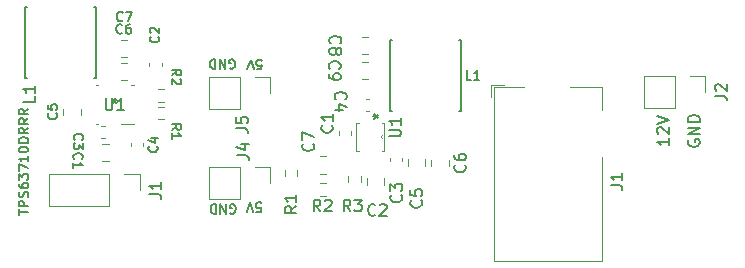
<source format=gto>
G04 #@! TF.GenerationSoftware,KiCad,Pcbnew,(5.1.6-0-10_14)*
G04 #@! TF.CreationDate,2021-08-31T13:45:45+09:00*
G04 #@! TF.ProjectId,qPCR-panel_v_20210831,71504352-2d70-4616-9e65-6c5f765f3230,rev?*
G04 #@! TF.SameCoordinates,Original*
G04 #@! TF.FileFunction,Legend,Top*
G04 #@! TF.FilePolarity,Positive*
%FSLAX46Y46*%
G04 Gerber Fmt 4.6, Leading zero omitted, Abs format (unit mm)*
G04 Created by KiCad (PCBNEW (5.1.6-0-10_14)) date 2021-08-31 13:45:45*
%MOMM*%
%LPD*%
G01*
G04 APERTURE LIST*
%ADD10C,0.150000*%
%ADD11C,0.120000*%
%ADD12C,0.050000*%
%ADD13C,0.127000*%
G04 APERTURE END LIST*
D10*
X163252380Y-79419047D02*
X163252380Y-79990476D01*
X163252380Y-79704761D02*
X162252380Y-79704761D01*
X162395238Y-79800000D01*
X162490476Y-79895238D01*
X162538095Y-79990476D01*
X162347619Y-79038095D02*
X162300000Y-78990476D01*
X162252380Y-78895238D01*
X162252380Y-78657142D01*
X162300000Y-78561904D01*
X162347619Y-78514285D01*
X162442857Y-78466666D01*
X162538095Y-78466666D01*
X162680952Y-78514285D01*
X163252380Y-79085714D01*
X163252380Y-78466666D01*
X162252380Y-78180952D02*
X163252380Y-77847619D01*
X162252380Y-77514285D01*
X164900000Y-79561904D02*
X164852380Y-79657142D01*
X164852380Y-79800000D01*
X164900000Y-79942857D01*
X164995238Y-80038095D01*
X165090476Y-80085714D01*
X165280952Y-80133333D01*
X165423809Y-80133333D01*
X165614285Y-80085714D01*
X165709523Y-80038095D01*
X165804761Y-79942857D01*
X165852380Y-79800000D01*
X165852380Y-79704761D01*
X165804761Y-79561904D01*
X165757142Y-79514285D01*
X165423809Y-79514285D01*
X165423809Y-79704761D01*
X165852380Y-79085714D02*
X164852380Y-79085714D01*
X165852380Y-78514285D01*
X164852380Y-78514285D01*
X165852380Y-78038095D02*
X164852380Y-78038095D01*
X164852380Y-77800000D01*
X164900000Y-77657142D01*
X164995238Y-77561904D01*
X165090476Y-77514285D01*
X165280952Y-77466666D01*
X165423809Y-77466666D01*
X165614285Y-77514285D01*
X165709523Y-77561904D01*
X165804761Y-77657142D01*
X165852380Y-77800000D01*
X165852380Y-78038095D01*
X128352380Y-73588095D02*
X128733333Y-73588095D01*
X128771428Y-73207142D01*
X128733333Y-73245238D01*
X128657142Y-73283333D01*
X128466666Y-73283333D01*
X128390476Y-73245238D01*
X128352380Y-73207142D01*
X128314285Y-73130952D01*
X128314285Y-72940476D01*
X128352380Y-72864285D01*
X128390476Y-72826190D01*
X128466666Y-72788095D01*
X128657142Y-72788095D01*
X128733333Y-72826190D01*
X128771428Y-72864285D01*
X128085714Y-73588095D02*
X127819047Y-72788095D01*
X127552380Y-73588095D01*
X126059523Y-73500000D02*
X126135714Y-73538095D01*
X126250000Y-73538095D01*
X126364285Y-73500000D01*
X126440476Y-73423809D01*
X126478571Y-73347619D01*
X126516666Y-73195238D01*
X126516666Y-73080952D01*
X126478571Y-72928571D01*
X126440476Y-72852380D01*
X126364285Y-72776190D01*
X126250000Y-72738095D01*
X126173809Y-72738095D01*
X126059523Y-72776190D01*
X126021428Y-72814285D01*
X126021428Y-73080952D01*
X126173809Y-73080952D01*
X125678571Y-72738095D02*
X125678571Y-73538095D01*
X125221428Y-72738095D01*
X125221428Y-73538095D01*
X124840476Y-72738095D02*
X124840476Y-73538095D01*
X124650000Y-73538095D01*
X124535714Y-73500000D01*
X124459523Y-73423809D01*
X124421428Y-73347619D01*
X124383333Y-73195238D01*
X124383333Y-73080952D01*
X124421428Y-72928571D01*
X124459523Y-72852380D01*
X124535714Y-72776190D01*
X124650000Y-72738095D01*
X124840476Y-72738095D01*
X128302380Y-85638095D02*
X128683333Y-85638095D01*
X128721428Y-85257142D01*
X128683333Y-85295238D01*
X128607142Y-85333333D01*
X128416666Y-85333333D01*
X128340476Y-85295238D01*
X128302380Y-85257142D01*
X128264285Y-85180952D01*
X128264285Y-84990476D01*
X128302380Y-84914285D01*
X128340476Y-84876190D01*
X128416666Y-84838095D01*
X128607142Y-84838095D01*
X128683333Y-84876190D01*
X128721428Y-84914285D01*
X128035714Y-85638095D02*
X127769047Y-84838095D01*
X127502380Y-85638095D01*
X126109523Y-85750000D02*
X126185714Y-85788095D01*
X126300000Y-85788095D01*
X126414285Y-85750000D01*
X126490476Y-85673809D01*
X126528571Y-85597619D01*
X126566666Y-85445238D01*
X126566666Y-85330952D01*
X126528571Y-85178571D01*
X126490476Y-85102380D01*
X126414285Y-85026190D01*
X126300000Y-84988095D01*
X126223809Y-84988095D01*
X126109523Y-85026190D01*
X126071428Y-85064285D01*
X126071428Y-85330952D01*
X126223809Y-85330952D01*
X125728571Y-84988095D02*
X125728571Y-85788095D01*
X125271428Y-84988095D01*
X125271428Y-85788095D01*
X124890476Y-84988095D02*
X124890476Y-85788095D01*
X124700000Y-85788095D01*
X124585714Y-85750000D01*
X124509523Y-85673809D01*
X124471428Y-85597619D01*
X124433333Y-85445238D01*
X124433333Y-85330952D01*
X124471428Y-85178571D01*
X124509523Y-85102380D01*
X124585714Y-85026190D01*
X124700000Y-84988095D01*
X124890476Y-84988095D01*
D11*
G04 #@! TO.C,U1*
X136788900Y-78128900D02*
X136788900Y-80491100D01*
X136788900Y-80491100D02*
X136961559Y-80491100D01*
X139151100Y-80491100D02*
X139151100Y-78128900D01*
X139151100Y-78128900D02*
X138978441Y-78128900D01*
X136961559Y-78128900D02*
X136788900Y-78128900D01*
X138978441Y-80491100D02*
X139151100Y-80491100D01*
D12*
X139024100Y-79485683D02*
G75*
G02*
X139024100Y-79134317I0J175683D01*
G01*
D11*
G04 #@! TO.C,C8*
X137218748Y-70815000D02*
X137741252Y-70815000D01*
X137218748Y-72285000D02*
X137741252Y-72285000D01*
G04 #@! TO.C,J1*
X148400000Y-75100000D02*
X151000000Y-75100000D01*
X148400000Y-89800000D02*
X148400000Y-75100000D01*
X157600000Y-75100000D02*
X157600000Y-77000000D01*
X154900000Y-75100000D02*
X157600000Y-75100000D01*
X157600000Y-89800000D02*
X148400000Y-89800000D01*
X157600000Y-81000000D02*
X157600000Y-89800000D01*
X148200000Y-75950000D02*
X148200000Y-74900000D01*
X149250000Y-74900000D02*
X148200000Y-74900000D01*
G04 #@! TO.C,J2*
X161130000Y-74170000D02*
X161130000Y-76830000D01*
X163730000Y-74170000D02*
X161130000Y-74170000D01*
X163730000Y-76830000D02*
X161130000Y-76830000D01*
X163730000Y-74170000D02*
X163730000Y-76830000D01*
X165000000Y-74170000D02*
X166330000Y-74170000D01*
X166330000Y-74170000D02*
X166330000Y-75500000D01*
G04 #@! TO.C,J4*
X124300000Y-81890000D02*
X124300000Y-84550000D01*
X126900000Y-81890000D02*
X124300000Y-81890000D01*
X126900000Y-84550000D02*
X124300000Y-84550000D01*
X126900000Y-81890000D02*
X126900000Y-84550000D01*
X128170000Y-81890000D02*
X129500000Y-81890000D01*
X129500000Y-81890000D02*
X129500000Y-83220000D01*
G04 #@! TO.C,J5*
X124300000Y-74270000D02*
X124300000Y-76930000D01*
X126900000Y-74270000D02*
X124300000Y-74270000D01*
X126900000Y-76930000D02*
X124300000Y-76930000D01*
X126900000Y-74270000D02*
X126900000Y-76930000D01*
X128170000Y-74270000D02*
X129500000Y-74270000D01*
X129500000Y-74270000D02*
X129500000Y-75600000D01*
G04 #@! TO.C,C1*
X135320000Y-78823733D02*
X135320000Y-79116267D01*
X136340000Y-78823733D02*
X136340000Y-79116267D01*
G04 #@! TO.C,C2*
X139135000Y-83331252D02*
X139135000Y-82808748D01*
X137665000Y-83331252D02*
X137665000Y-82808748D01*
G04 #@! TO.C,C3*
X139620000Y-81366267D02*
X139620000Y-81073733D01*
X140640000Y-81366267D02*
X140640000Y-81073733D01*
G04 #@! TO.C,C4*
X137593733Y-76070000D02*
X137886267Y-76070000D01*
X137593733Y-77090000D02*
X137886267Y-77090000D01*
G04 #@! TO.C,C5*
X141115000Y-81731252D02*
X141115000Y-81208748D01*
X142585000Y-81731252D02*
X142585000Y-81208748D01*
G04 #@! TO.C,C6*
X144585000Y-81751252D02*
X144585000Y-81228748D01*
X143115000Y-81751252D02*
X143115000Y-81228748D01*
G04 #@! TO.C,C7*
X134211252Y-82405000D02*
X133688748Y-82405000D01*
X134211252Y-80935000D02*
X133688748Y-80935000D01*
G04 #@! TO.C,C9*
X137238748Y-74435000D02*
X137761252Y-74435000D01*
X137238748Y-72965000D02*
X137761252Y-72965000D01*
D13*
G04 #@! TO.C,L1*
X139840000Y-71080000D02*
X139640000Y-71080000D01*
X139640000Y-71080000D02*
X139640000Y-77080000D01*
X139640000Y-77080000D02*
X139840000Y-77080000D01*
X145440000Y-71080000D02*
X145640000Y-71080000D01*
X145640000Y-71080000D02*
X145640000Y-77080000D01*
X145640000Y-77080000D02*
X145440000Y-77080000D01*
D11*
G04 #@! TO.C,R1*
X130737500Y-82085276D02*
X130737500Y-82594724D01*
X131782500Y-82085276D02*
X131782500Y-82594724D01*
G04 #@! TO.C,R2*
X133735276Y-84282500D02*
X134244724Y-84282500D01*
X133735276Y-83237500D02*
X134244724Y-83237500D01*
G04 #@! TO.C,R3*
X137142500Y-82595276D02*
X137142500Y-83104724D01*
X136097500Y-82595276D02*
X136097500Y-83104724D01*
G04 #@! TO.C,C1*
X115283748Y-79885000D02*
X115806252Y-79885000D01*
X115283748Y-81355000D02*
X115806252Y-81355000D01*
G04 #@! TO.C,C2*
X120285000Y-73296267D02*
X120285000Y-73003733D01*
X119265000Y-73296267D02*
X119265000Y-73003733D01*
G04 #@! TO.C,C3*
X115188733Y-78360000D02*
X115481267Y-78360000D01*
X115188733Y-79380000D02*
X115481267Y-79380000D01*
G04 #@! TO.C,C4*
X118705000Y-79803733D02*
X118705000Y-80096267D01*
X117685000Y-79803733D02*
X117685000Y-80096267D01*
G04 #@! TO.C,C5*
X111960000Y-77431252D02*
X111960000Y-76908748D01*
X113430000Y-77431252D02*
X113430000Y-76908748D01*
G04 #@! TO.C,C6*
X116848749Y-74510001D02*
X117371253Y-74510001D01*
X116848749Y-73040001D02*
X117371253Y-73040001D01*
G04 #@! TO.C,C7*
X116833748Y-72545000D02*
X117356252Y-72545000D01*
X116833748Y-71075000D02*
X117356252Y-71075000D01*
G04 #@! TO.C,J1*
X118465000Y-82480000D02*
X118465000Y-83810000D01*
X117135000Y-82480000D02*
X118465000Y-82480000D01*
X115865000Y-82480000D02*
X115865000Y-85140000D01*
X115865000Y-85140000D02*
X110725000Y-85140000D01*
X115865000Y-82480000D02*
X110725000Y-82480000D01*
X110725000Y-82480000D02*
X110725000Y-85140000D01*
D13*
G04 #@! TO.C,L1*
X114525000Y-74330000D02*
X114725000Y-74330000D01*
X114725000Y-74330000D02*
X114725000Y-68330000D01*
X114725000Y-68330000D02*
X114525000Y-68330000D01*
X108925000Y-74330000D02*
X108725000Y-74330000D01*
X108725000Y-74330000D02*
X108725000Y-68330000D01*
X108725000Y-68330000D02*
X108925000Y-68330000D01*
D11*
G04 #@! TO.C,R1*
X120010276Y-76747500D02*
X120519724Y-76747500D01*
X120010276Y-77792500D02*
X120519724Y-77792500D01*
G04 #@! TO.C,R2*
X120010276Y-76312500D02*
X120519724Y-76312500D01*
X120010276Y-75267500D02*
X120519724Y-75267500D01*
G04 #@! TO.C,U1*
X117914999Y-78239999D02*
X116864999Y-78239999D01*
X117914999Y-74940001D02*
X117715000Y-74940001D01*
X114915000Y-74940001D02*
X114715001Y-74940001D01*
X114915000Y-78239999D02*
X114715001Y-78239999D01*
D10*
X139552380Y-79261904D02*
X140361904Y-79261904D01*
X140457142Y-79214285D01*
X140504761Y-79166666D01*
X140552380Y-79071428D01*
X140552380Y-78880952D01*
X140504761Y-78785714D01*
X140457142Y-78738095D01*
X140361904Y-78690476D01*
X139552380Y-78690476D01*
X140552380Y-77690476D02*
X140552380Y-78261904D01*
X140552380Y-77976190D02*
X139552380Y-77976190D01*
X139695238Y-78071428D01*
X139790476Y-78166666D01*
X139838095Y-78261904D01*
X138172380Y-77560000D02*
X138410476Y-77560000D01*
X138315238Y-77798095D02*
X138410476Y-77560000D01*
X138315238Y-77321904D01*
X138600952Y-77702857D02*
X138410476Y-77560000D01*
X138600952Y-77417142D01*
G04 #@! TO.C,C8*
X134592857Y-71383333D02*
X134545238Y-71335714D01*
X134497619Y-71192857D01*
X134497619Y-71097619D01*
X134545238Y-70954761D01*
X134640476Y-70859523D01*
X134735714Y-70811904D01*
X134926190Y-70764285D01*
X135069047Y-70764285D01*
X135259523Y-70811904D01*
X135354761Y-70859523D01*
X135450000Y-70954761D01*
X135497619Y-71097619D01*
X135497619Y-71192857D01*
X135450000Y-71335714D01*
X135402380Y-71383333D01*
X135069047Y-71954761D02*
X135116666Y-71859523D01*
X135164285Y-71811904D01*
X135259523Y-71764285D01*
X135307142Y-71764285D01*
X135402380Y-71811904D01*
X135450000Y-71859523D01*
X135497619Y-71954761D01*
X135497619Y-72145238D01*
X135450000Y-72240476D01*
X135402380Y-72288095D01*
X135307142Y-72335714D01*
X135259523Y-72335714D01*
X135164285Y-72288095D01*
X135116666Y-72240476D01*
X135069047Y-72145238D01*
X135069047Y-71954761D01*
X135021428Y-71859523D01*
X134973809Y-71811904D01*
X134878571Y-71764285D01*
X134688095Y-71764285D01*
X134592857Y-71811904D01*
X134545238Y-71859523D01*
X134497619Y-71954761D01*
X134497619Y-72145238D01*
X134545238Y-72240476D01*
X134592857Y-72288095D01*
X134688095Y-72335714D01*
X134878571Y-72335714D01*
X134973809Y-72288095D01*
X135021428Y-72240476D01*
X135069047Y-72145238D01*
G04 #@! TO.C,J1*
X158302380Y-83383333D02*
X159016666Y-83383333D01*
X159159523Y-83430952D01*
X159254761Y-83526190D01*
X159302380Y-83669047D01*
X159302380Y-83764285D01*
X159302380Y-82383333D02*
X159302380Y-82954761D01*
X159302380Y-82669047D02*
X158302380Y-82669047D01*
X158445238Y-82764285D01*
X158540476Y-82859523D01*
X158588095Y-82954761D01*
G04 #@! TO.C,J2*
X167152380Y-75833333D02*
X167866666Y-75833333D01*
X168009523Y-75880952D01*
X168104761Y-75976190D01*
X168152380Y-76119047D01*
X168152380Y-76214285D01*
X167247619Y-75404761D02*
X167200000Y-75357142D01*
X167152380Y-75261904D01*
X167152380Y-75023809D01*
X167200000Y-74928571D01*
X167247619Y-74880952D01*
X167342857Y-74833333D01*
X167438095Y-74833333D01*
X167580952Y-74880952D01*
X168152380Y-75452380D01*
X168152380Y-74833333D01*
G04 #@! TO.C,J4*
X126652380Y-80833333D02*
X127366666Y-80833333D01*
X127509523Y-80880952D01*
X127604761Y-80976190D01*
X127652380Y-81119047D01*
X127652380Y-81214285D01*
X126985714Y-79928571D02*
X127652380Y-79928571D01*
X126604761Y-80166666D02*
X127319047Y-80404761D01*
X127319047Y-79785714D01*
G04 #@! TO.C,J5*
X126602380Y-78583333D02*
X127316666Y-78583333D01*
X127459523Y-78630952D01*
X127554761Y-78726190D01*
X127602380Y-78869047D01*
X127602380Y-78964285D01*
X126602380Y-77630952D02*
X126602380Y-78107142D01*
X127078571Y-78154761D01*
X127030952Y-78107142D01*
X126983333Y-78011904D01*
X126983333Y-77773809D01*
X127030952Y-77678571D01*
X127078571Y-77630952D01*
X127173809Y-77583333D01*
X127411904Y-77583333D01*
X127507142Y-77630952D01*
X127554761Y-77678571D01*
X127602380Y-77773809D01*
X127602380Y-78011904D01*
X127554761Y-78107142D01*
X127507142Y-78154761D01*
G04 #@! TO.C,C1*
X134707142Y-78316666D02*
X134754761Y-78364285D01*
X134802380Y-78507142D01*
X134802380Y-78602380D01*
X134754761Y-78745238D01*
X134659523Y-78840476D01*
X134564285Y-78888095D01*
X134373809Y-78935714D01*
X134230952Y-78935714D01*
X134040476Y-78888095D01*
X133945238Y-78840476D01*
X133850000Y-78745238D01*
X133802380Y-78602380D01*
X133802380Y-78507142D01*
X133850000Y-78364285D01*
X133897619Y-78316666D01*
X134802380Y-77364285D02*
X134802380Y-77935714D01*
X134802380Y-77650000D02*
X133802380Y-77650000D01*
X133945238Y-77745238D01*
X134040476Y-77840476D01*
X134088095Y-77935714D01*
G04 #@! TO.C,C2*
X138383333Y-85907142D02*
X138335714Y-85954761D01*
X138192857Y-86002380D01*
X138097619Y-86002380D01*
X137954761Y-85954761D01*
X137859523Y-85859523D01*
X137811904Y-85764285D01*
X137764285Y-85573809D01*
X137764285Y-85430952D01*
X137811904Y-85240476D01*
X137859523Y-85145238D01*
X137954761Y-85050000D01*
X138097619Y-85002380D01*
X138192857Y-85002380D01*
X138335714Y-85050000D01*
X138383333Y-85097619D01*
X138764285Y-85097619D02*
X138811904Y-85050000D01*
X138907142Y-85002380D01*
X139145238Y-85002380D01*
X139240476Y-85050000D01*
X139288095Y-85097619D01*
X139335714Y-85192857D01*
X139335714Y-85288095D01*
X139288095Y-85430952D01*
X138716666Y-86002380D01*
X139335714Y-86002380D01*
G04 #@! TO.C,C3*
X140557142Y-84216666D02*
X140604761Y-84264285D01*
X140652380Y-84407142D01*
X140652380Y-84502380D01*
X140604761Y-84645238D01*
X140509523Y-84740476D01*
X140414285Y-84788095D01*
X140223809Y-84835714D01*
X140080952Y-84835714D01*
X139890476Y-84788095D01*
X139795238Y-84740476D01*
X139700000Y-84645238D01*
X139652380Y-84502380D01*
X139652380Y-84407142D01*
X139700000Y-84264285D01*
X139747619Y-84216666D01*
X139652380Y-83883333D02*
X139652380Y-83264285D01*
X140033333Y-83597619D01*
X140033333Y-83454761D01*
X140080952Y-83359523D01*
X140128571Y-83311904D01*
X140223809Y-83264285D01*
X140461904Y-83264285D01*
X140557142Y-83311904D01*
X140604761Y-83359523D01*
X140652380Y-83454761D01*
X140652380Y-83740476D01*
X140604761Y-83835714D01*
X140557142Y-83883333D01*
G04 #@! TO.C,C4*
X135042857Y-76133333D02*
X134995238Y-76085714D01*
X134947619Y-75942857D01*
X134947619Y-75847619D01*
X134995238Y-75704761D01*
X135090476Y-75609523D01*
X135185714Y-75561904D01*
X135376190Y-75514285D01*
X135519047Y-75514285D01*
X135709523Y-75561904D01*
X135804761Y-75609523D01*
X135900000Y-75704761D01*
X135947619Y-75847619D01*
X135947619Y-75942857D01*
X135900000Y-76085714D01*
X135852380Y-76133333D01*
X135614285Y-76990476D02*
X134947619Y-76990476D01*
X135995238Y-76752380D02*
X135280952Y-76514285D01*
X135280952Y-77133333D01*
G04 #@! TO.C,C5*
X142257142Y-84666666D02*
X142304761Y-84714285D01*
X142352380Y-84857142D01*
X142352380Y-84952380D01*
X142304761Y-85095238D01*
X142209523Y-85190476D01*
X142114285Y-85238095D01*
X141923809Y-85285714D01*
X141780952Y-85285714D01*
X141590476Y-85238095D01*
X141495238Y-85190476D01*
X141400000Y-85095238D01*
X141352380Y-84952380D01*
X141352380Y-84857142D01*
X141400000Y-84714285D01*
X141447619Y-84666666D01*
X141352380Y-83761904D02*
X141352380Y-84238095D01*
X141828571Y-84285714D01*
X141780952Y-84238095D01*
X141733333Y-84142857D01*
X141733333Y-83904761D01*
X141780952Y-83809523D01*
X141828571Y-83761904D01*
X141923809Y-83714285D01*
X142161904Y-83714285D01*
X142257142Y-83761904D01*
X142304761Y-83809523D01*
X142352380Y-83904761D01*
X142352380Y-84142857D01*
X142304761Y-84238095D01*
X142257142Y-84285714D01*
G04 #@! TO.C,C6*
X145957142Y-81666666D02*
X146004761Y-81714285D01*
X146052380Y-81857142D01*
X146052380Y-81952380D01*
X146004761Y-82095238D01*
X145909523Y-82190476D01*
X145814285Y-82238095D01*
X145623809Y-82285714D01*
X145480952Y-82285714D01*
X145290476Y-82238095D01*
X145195238Y-82190476D01*
X145100000Y-82095238D01*
X145052380Y-81952380D01*
X145052380Y-81857142D01*
X145100000Y-81714285D01*
X145147619Y-81666666D01*
X145052380Y-80809523D02*
X145052380Y-81000000D01*
X145100000Y-81095238D01*
X145147619Y-81142857D01*
X145290476Y-81238095D01*
X145480952Y-81285714D01*
X145861904Y-81285714D01*
X145957142Y-81238095D01*
X146004761Y-81190476D01*
X146052380Y-81095238D01*
X146052380Y-80904761D01*
X146004761Y-80809523D01*
X145957142Y-80761904D01*
X145861904Y-80714285D01*
X145623809Y-80714285D01*
X145528571Y-80761904D01*
X145480952Y-80809523D01*
X145433333Y-80904761D01*
X145433333Y-81095238D01*
X145480952Y-81190476D01*
X145528571Y-81238095D01*
X145623809Y-81285714D01*
G04 #@! TO.C,C7*
X133107142Y-79866666D02*
X133154761Y-79914285D01*
X133202380Y-80057142D01*
X133202380Y-80152380D01*
X133154761Y-80295238D01*
X133059523Y-80390476D01*
X132964285Y-80438095D01*
X132773809Y-80485714D01*
X132630952Y-80485714D01*
X132440476Y-80438095D01*
X132345238Y-80390476D01*
X132250000Y-80295238D01*
X132202380Y-80152380D01*
X132202380Y-80057142D01*
X132250000Y-79914285D01*
X132297619Y-79866666D01*
X132202380Y-79533333D02*
X132202380Y-78866666D01*
X133202380Y-79295238D01*
G04 #@! TO.C,C9*
X134542857Y-73533333D02*
X134495238Y-73485714D01*
X134447619Y-73342857D01*
X134447619Y-73247619D01*
X134495238Y-73104761D01*
X134590476Y-73009523D01*
X134685714Y-72961904D01*
X134876190Y-72914285D01*
X135019047Y-72914285D01*
X135209523Y-72961904D01*
X135304761Y-73009523D01*
X135400000Y-73104761D01*
X135447619Y-73247619D01*
X135447619Y-73342857D01*
X135400000Y-73485714D01*
X135352380Y-73533333D01*
X134447619Y-74009523D02*
X134447619Y-74200000D01*
X134495238Y-74295238D01*
X134542857Y-74342857D01*
X134685714Y-74438095D01*
X134876190Y-74485714D01*
X135257142Y-74485714D01*
X135352380Y-74438095D01*
X135400000Y-74390476D01*
X135447619Y-74295238D01*
X135447619Y-74104761D01*
X135400000Y-74009523D01*
X135352380Y-73961904D01*
X135257142Y-73914285D01*
X135019047Y-73914285D01*
X134923809Y-73961904D01*
X134876190Y-74009523D01*
X134828571Y-74104761D01*
X134828571Y-74295238D01*
X134876190Y-74390476D01*
X134923809Y-74438095D01*
X135019047Y-74485714D01*
G04 #@! TO.C,L1*
X146516666Y-74461904D02*
X146135714Y-74461904D01*
X146135714Y-73661904D01*
X147202380Y-74461904D02*
X146745238Y-74461904D01*
X146973809Y-74461904D02*
X146973809Y-73661904D01*
X146897619Y-73776190D01*
X146821428Y-73852380D01*
X146745238Y-73890476D01*
G04 #@! TO.C,R1*
X131702380Y-85166666D02*
X131226190Y-85500000D01*
X131702380Y-85738095D02*
X130702380Y-85738095D01*
X130702380Y-85357142D01*
X130750000Y-85261904D01*
X130797619Y-85214285D01*
X130892857Y-85166666D01*
X131035714Y-85166666D01*
X131130952Y-85214285D01*
X131178571Y-85261904D01*
X131226190Y-85357142D01*
X131226190Y-85738095D01*
X131702380Y-84214285D02*
X131702380Y-84785714D01*
X131702380Y-84500000D02*
X130702380Y-84500000D01*
X130845238Y-84595238D01*
X130940476Y-84690476D01*
X130988095Y-84785714D01*
G04 #@! TO.C,R2*
X133733333Y-85602380D02*
X133400000Y-85126190D01*
X133161904Y-85602380D02*
X133161904Y-84602380D01*
X133542857Y-84602380D01*
X133638095Y-84650000D01*
X133685714Y-84697619D01*
X133733333Y-84792857D01*
X133733333Y-84935714D01*
X133685714Y-85030952D01*
X133638095Y-85078571D01*
X133542857Y-85126190D01*
X133161904Y-85126190D01*
X134114285Y-84697619D02*
X134161904Y-84650000D01*
X134257142Y-84602380D01*
X134495238Y-84602380D01*
X134590476Y-84650000D01*
X134638095Y-84697619D01*
X134685714Y-84792857D01*
X134685714Y-84888095D01*
X134638095Y-85030952D01*
X134066666Y-85602380D01*
X134685714Y-85602380D01*
G04 #@! TO.C,R3*
X136283333Y-85602380D02*
X135950000Y-85126190D01*
X135711904Y-85602380D02*
X135711904Y-84602380D01*
X136092857Y-84602380D01*
X136188095Y-84650000D01*
X136235714Y-84697619D01*
X136283333Y-84792857D01*
X136283333Y-84935714D01*
X136235714Y-85030952D01*
X136188095Y-85078571D01*
X136092857Y-85126190D01*
X135711904Y-85126190D01*
X136616666Y-84602380D02*
X137235714Y-84602380D01*
X136902380Y-84983333D01*
X137045238Y-84983333D01*
X137140476Y-85030952D01*
X137188095Y-85078571D01*
X137235714Y-85173809D01*
X137235714Y-85411904D01*
X137188095Y-85507142D01*
X137140476Y-85554761D01*
X137045238Y-85602380D01*
X136759523Y-85602380D01*
X136664285Y-85554761D01*
X136616666Y-85507142D01*
G04 #@! TO.C,C1*
X112899285Y-81186666D02*
X112861190Y-81148571D01*
X112823095Y-81034285D01*
X112823095Y-80958095D01*
X112861190Y-80843809D01*
X112937380Y-80767619D01*
X113013571Y-80729523D01*
X113165952Y-80691428D01*
X113280238Y-80691428D01*
X113432619Y-80729523D01*
X113508809Y-80767619D01*
X113585000Y-80843809D01*
X113623095Y-80958095D01*
X113623095Y-81034285D01*
X113585000Y-81148571D01*
X113546904Y-81186666D01*
X112823095Y-81948571D02*
X112823095Y-81491428D01*
X112823095Y-81720000D02*
X113623095Y-81720000D01*
X113508809Y-81643809D01*
X113432619Y-81567619D01*
X113394523Y-81491428D01*
G04 #@! TO.C,C2*
X120010714Y-70803333D02*
X120048809Y-70841428D01*
X120086904Y-70955714D01*
X120086904Y-71031904D01*
X120048809Y-71146190D01*
X119972619Y-71222380D01*
X119896428Y-71260476D01*
X119744047Y-71298571D01*
X119629761Y-71298571D01*
X119477380Y-71260476D01*
X119401190Y-71222380D01*
X119325000Y-71146190D01*
X119286904Y-71031904D01*
X119286904Y-70955714D01*
X119325000Y-70841428D01*
X119363095Y-70803333D01*
X119363095Y-70498571D02*
X119325000Y-70460476D01*
X119286904Y-70384285D01*
X119286904Y-70193809D01*
X119325000Y-70117619D01*
X119363095Y-70079523D01*
X119439285Y-70041428D01*
X119515476Y-70041428D01*
X119629761Y-70079523D01*
X120086904Y-70536666D01*
X120086904Y-70041428D01*
G04 #@! TO.C,C3*
X112919285Y-79526666D02*
X112881190Y-79488571D01*
X112843095Y-79374285D01*
X112843095Y-79298095D01*
X112881190Y-79183809D01*
X112957380Y-79107619D01*
X113033571Y-79069523D01*
X113185952Y-79031428D01*
X113300238Y-79031428D01*
X113452619Y-79069523D01*
X113528809Y-79107619D01*
X113605000Y-79183809D01*
X113643095Y-79298095D01*
X113643095Y-79374285D01*
X113605000Y-79488571D01*
X113566904Y-79526666D01*
X113643095Y-79793333D02*
X113643095Y-80288571D01*
X113338333Y-80021904D01*
X113338333Y-80136190D01*
X113300238Y-80212380D01*
X113262142Y-80250476D01*
X113185952Y-80288571D01*
X112995476Y-80288571D01*
X112919285Y-80250476D01*
X112881190Y-80212380D01*
X112843095Y-80136190D01*
X112843095Y-79907619D01*
X112881190Y-79831428D01*
X112919285Y-79793333D01*
G04 #@! TO.C,C4*
X119890714Y-80083333D02*
X119928809Y-80121428D01*
X119966904Y-80235714D01*
X119966904Y-80311904D01*
X119928809Y-80426190D01*
X119852619Y-80502380D01*
X119776428Y-80540476D01*
X119624047Y-80578571D01*
X119509761Y-80578571D01*
X119357380Y-80540476D01*
X119281190Y-80502380D01*
X119205000Y-80426190D01*
X119166904Y-80311904D01*
X119166904Y-80235714D01*
X119205000Y-80121428D01*
X119243095Y-80083333D01*
X119433571Y-79397619D02*
X119966904Y-79397619D01*
X119128809Y-79588095D02*
X119700238Y-79778571D01*
X119700238Y-79283333D01*
G04 #@! TO.C,C5*
X111370714Y-77313333D02*
X111408809Y-77351428D01*
X111446904Y-77465714D01*
X111446904Y-77541904D01*
X111408809Y-77656190D01*
X111332619Y-77732380D01*
X111256428Y-77770476D01*
X111104047Y-77808571D01*
X110989761Y-77808571D01*
X110837380Y-77770476D01*
X110761190Y-77732380D01*
X110685000Y-77656190D01*
X110646904Y-77541904D01*
X110646904Y-77465714D01*
X110685000Y-77351428D01*
X110723095Y-77313333D01*
X110646904Y-76589523D02*
X110646904Y-76970476D01*
X111027857Y-77008571D01*
X110989761Y-76970476D01*
X110951666Y-76894285D01*
X110951666Y-76703809D01*
X110989761Y-76627619D01*
X111027857Y-76589523D01*
X111104047Y-76551428D01*
X111294523Y-76551428D01*
X111370714Y-76589523D01*
X111408809Y-76627619D01*
X111446904Y-76703809D01*
X111446904Y-76894285D01*
X111408809Y-76970476D01*
X111370714Y-77008571D01*
G04 #@! TO.C,C6*
X116961666Y-70475714D02*
X116923571Y-70513809D01*
X116809285Y-70551904D01*
X116733095Y-70551904D01*
X116618809Y-70513809D01*
X116542619Y-70437619D01*
X116504523Y-70361428D01*
X116466428Y-70209047D01*
X116466428Y-70094761D01*
X116504523Y-69942380D01*
X116542619Y-69866190D01*
X116618809Y-69790000D01*
X116733095Y-69751904D01*
X116809285Y-69751904D01*
X116923571Y-69790000D01*
X116961666Y-69828095D01*
X117647380Y-69751904D02*
X117495000Y-69751904D01*
X117418809Y-69790000D01*
X117380714Y-69828095D01*
X117304523Y-69942380D01*
X117266428Y-70094761D01*
X117266428Y-70399523D01*
X117304523Y-70475714D01*
X117342619Y-70513809D01*
X117418809Y-70551904D01*
X117571190Y-70551904D01*
X117647380Y-70513809D01*
X117685476Y-70475714D01*
X117723571Y-70399523D01*
X117723571Y-70209047D01*
X117685476Y-70132857D01*
X117647380Y-70094761D01*
X117571190Y-70056666D01*
X117418809Y-70056666D01*
X117342619Y-70094761D01*
X117304523Y-70132857D01*
X117266428Y-70209047D01*
G04 #@! TO.C,C7*
X116981666Y-69435714D02*
X116943571Y-69473809D01*
X116829285Y-69511904D01*
X116753095Y-69511904D01*
X116638809Y-69473809D01*
X116562619Y-69397619D01*
X116524523Y-69321428D01*
X116486428Y-69169047D01*
X116486428Y-69054761D01*
X116524523Y-68902380D01*
X116562619Y-68826190D01*
X116638809Y-68750000D01*
X116753095Y-68711904D01*
X116829285Y-68711904D01*
X116943571Y-68750000D01*
X116981666Y-68788095D01*
X117248333Y-68711904D02*
X117781666Y-68711904D01*
X117438809Y-69511904D01*
G04 #@! TO.C,J1*
X119257380Y-84143333D02*
X119971666Y-84143333D01*
X120114523Y-84190952D01*
X120209761Y-84286190D01*
X120257380Y-84429047D01*
X120257380Y-84524285D01*
X120257380Y-83143333D02*
X120257380Y-83714761D01*
X120257380Y-83429047D02*
X119257380Y-83429047D01*
X119400238Y-83524285D01*
X119495476Y-83619523D01*
X119543095Y-83714761D01*
G04 #@! TO.C,L1*
X109557380Y-75836666D02*
X109557380Y-76312857D01*
X108557380Y-76312857D01*
X109557380Y-74979523D02*
X109557380Y-75550952D01*
X109557380Y-75265238D02*
X108557380Y-75265238D01*
X108700238Y-75360476D01*
X108795476Y-75455714D01*
X108843095Y-75550952D01*
G04 #@! TO.C,R1*
X121133095Y-78706666D02*
X121514047Y-78440000D01*
X121133095Y-78249523D02*
X121933095Y-78249523D01*
X121933095Y-78554285D01*
X121895000Y-78630476D01*
X121856904Y-78668571D01*
X121780714Y-78706666D01*
X121666428Y-78706666D01*
X121590238Y-78668571D01*
X121552142Y-78630476D01*
X121514047Y-78554285D01*
X121514047Y-78249523D01*
X121133095Y-79468571D02*
X121133095Y-79011428D01*
X121133095Y-79240000D02*
X121933095Y-79240000D01*
X121818809Y-79163809D01*
X121742619Y-79087619D01*
X121704523Y-79011428D01*
G04 #@! TO.C,R2*
X121153095Y-74096666D02*
X121534047Y-73830000D01*
X121153095Y-73639523D02*
X121953095Y-73639523D01*
X121953095Y-73944285D01*
X121915000Y-74020476D01*
X121876904Y-74058571D01*
X121800714Y-74096666D01*
X121686428Y-74096666D01*
X121610238Y-74058571D01*
X121572142Y-74020476D01*
X121534047Y-73944285D01*
X121534047Y-73639523D01*
X121876904Y-74401428D02*
X121915000Y-74439523D01*
X121953095Y-74515714D01*
X121953095Y-74706190D01*
X121915000Y-74782380D01*
X121876904Y-74820476D01*
X121800714Y-74858571D01*
X121724523Y-74858571D01*
X121610238Y-74820476D01*
X121153095Y-74363333D01*
X121153095Y-74858571D01*
G04 #@! TO.C,U1*
X115553095Y-76042380D02*
X115553095Y-76851904D01*
X115600714Y-76947142D01*
X115648333Y-76994761D01*
X115743571Y-77042380D01*
X115934047Y-77042380D01*
X116029285Y-76994761D01*
X116076904Y-76947142D01*
X116124523Y-76851904D01*
X116124523Y-76042380D01*
X117124523Y-77042380D02*
X116553095Y-77042380D01*
X116838809Y-77042380D02*
X116838809Y-76042380D01*
X116743571Y-76185238D01*
X116648333Y-76280476D01*
X116553095Y-76328095D01*
X108186904Y-85894285D02*
X108186904Y-85437142D01*
X108986904Y-85665714D02*
X108186904Y-85665714D01*
X108986904Y-85170476D02*
X108186904Y-85170476D01*
X108186904Y-84865714D01*
X108225000Y-84789523D01*
X108263095Y-84751428D01*
X108339285Y-84713333D01*
X108453571Y-84713333D01*
X108529761Y-84751428D01*
X108567857Y-84789523D01*
X108605952Y-84865714D01*
X108605952Y-85170476D01*
X108948809Y-84408571D02*
X108986904Y-84294285D01*
X108986904Y-84103809D01*
X108948809Y-84027619D01*
X108910714Y-83989523D01*
X108834523Y-83951428D01*
X108758333Y-83951428D01*
X108682142Y-83989523D01*
X108644047Y-84027619D01*
X108605952Y-84103809D01*
X108567857Y-84256190D01*
X108529761Y-84332380D01*
X108491666Y-84370476D01*
X108415476Y-84408571D01*
X108339285Y-84408571D01*
X108263095Y-84370476D01*
X108225000Y-84332380D01*
X108186904Y-84256190D01*
X108186904Y-84065714D01*
X108225000Y-83951428D01*
X108186904Y-83265714D02*
X108186904Y-83418095D01*
X108225000Y-83494285D01*
X108263095Y-83532380D01*
X108377380Y-83608571D01*
X108529761Y-83646666D01*
X108834523Y-83646666D01*
X108910714Y-83608571D01*
X108948809Y-83570476D01*
X108986904Y-83494285D01*
X108986904Y-83341904D01*
X108948809Y-83265714D01*
X108910714Y-83227619D01*
X108834523Y-83189523D01*
X108644047Y-83189523D01*
X108567857Y-83227619D01*
X108529761Y-83265714D01*
X108491666Y-83341904D01*
X108491666Y-83494285D01*
X108529761Y-83570476D01*
X108567857Y-83608571D01*
X108644047Y-83646666D01*
X108186904Y-82922857D02*
X108186904Y-82427619D01*
X108491666Y-82694285D01*
X108491666Y-82580000D01*
X108529761Y-82503809D01*
X108567857Y-82465714D01*
X108644047Y-82427619D01*
X108834523Y-82427619D01*
X108910714Y-82465714D01*
X108948809Y-82503809D01*
X108986904Y-82580000D01*
X108986904Y-82808571D01*
X108948809Y-82884761D01*
X108910714Y-82922857D01*
X108186904Y-82160952D02*
X108186904Y-81627619D01*
X108986904Y-81970476D01*
X108986904Y-80903809D02*
X108986904Y-81360952D01*
X108986904Y-81132380D02*
X108186904Y-81132380D01*
X108301190Y-81208571D01*
X108377380Y-81284761D01*
X108415476Y-81360952D01*
X108186904Y-80408571D02*
X108186904Y-80332380D01*
X108225000Y-80256190D01*
X108263095Y-80218095D01*
X108339285Y-80180000D01*
X108491666Y-80141904D01*
X108682142Y-80141904D01*
X108834523Y-80180000D01*
X108910714Y-80218095D01*
X108948809Y-80256190D01*
X108986904Y-80332380D01*
X108986904Y-80408571D01*
X108948809Y-80484761D01*
X108910714Y-80522857D01*
X108834523Y-80560952D01*
X108682142Y-80599047D01*
X108491666Y-80599047D01*
X108339285Y-80560952D01*
X108263095Y-80522857D01*
X108225000Y-80484761D01*
X108186904Y-80408571D01*
X108986904Y-79799047D02*
X108186904Y-79799047D01*
X108186904Y-79608571D01*
X108225000Y-79494285D01*
X108301190Y-79418095D01*
X108377380Y-79380000D01*
X108529761Y-79341904D01*
X108644047Y-79341904D01*
X108796428Y-79380000D01*
X108872619Y-79418095D01*
X108948809Y-79494285D01*
X108986904Y-79608571D01*
X108986904Y-79799047D01*
X108986904Y-78541904D02*
X108605952Y-78808571D01*
X108986904Y-78999047D02*
X108186904Y-78999047D01*
X108186904Y-78694285D01*
X108225000Y-78618095D01*
X108263095Y-78580000D01*
X108339285Y-78541904D01*
X108453571Y-78541904D01*
X108529761Y-78580000D01*
X108567857Y-78618095D01*
X108605952Y-78694285D01*
X108605952Y-78999047D01*
X108986904Y-77741904D02*
X108605952Y-78008571D01*
X108986904Y-78199047D02*
X108186904Y-78199047D01*
X108186904Y-77894285D01*
X108225000Y-77818095D01*
X108263095Y-77780000D01*
X108339285Y-77741904D01*
X108453571Y-77741904D01*
X108529761Y-77780000D01*
X108567857Y-77818095D01*
X108605952Y-77894285D01*
X108605952Y-78199047D01*
X108986904Y-76941904D02*
X108605952Y-77208571D01*
X108986904Y-77399047D02*
X108186904Y-77399047D01*
X108186904Y-77094285D01*
X108225000Y-77018095D01*
X108263095Y-76980000D01*
X108339285Y-76941904D01*
X108453571Y-76941904D01*
X108529761Y-76980000D01*
X108567857Y-77018095D01*
X108605952Y-77094285D01*
X108605952Y-77399047D01*
X116315000Y-76042380D02*
X116315000Y-76280476D01*
X116076904Y-76185238D02*
X116315000Y-76280476D01*
X116553095Y-76185238D01*
X116172142Y-76470952D02*
X116315000Y-76280476D01*
X116457857Y-76470952D01*
G04 #@! TD*
M02*

</source>
